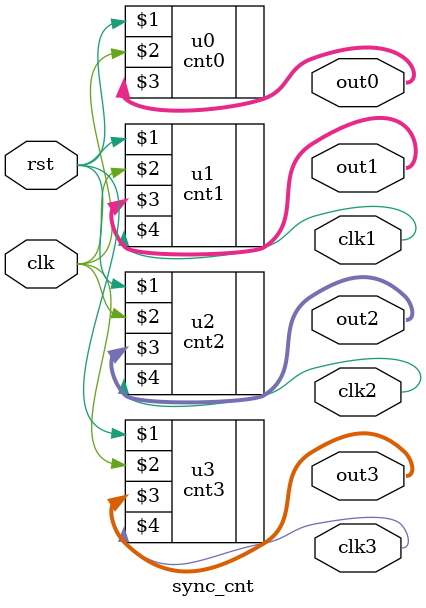
<source format=v>
module sync_cnt (rst, clk, out0, out1, out2, out3, clk1, clk2, clk3);
    input rst, clk;
    output [3:0] out0, out1, out2, out3;
    output clk1, clk2, clk3;

    cnt0 u0(rst, clk, out0);
    cnt1 u1(rst, clk, out1, clk1);
    cnt2 u2(rst, clk, out2, clk2);
    cnt3 u3(rst, clk, out3, clk3);
endmodule
</source>
